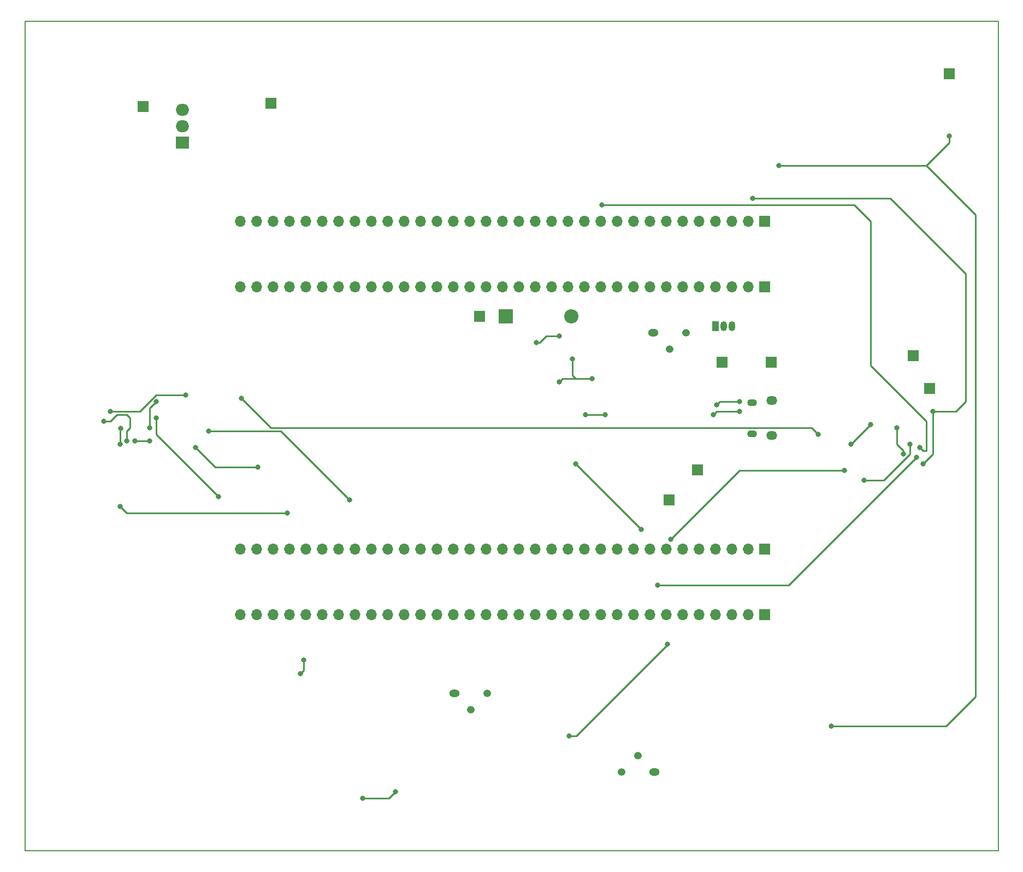
<source format=gbr>
%TF.GenerationSoftware,KiCad,Pcbnew,(6.0.2)*%
%TF.CreationDate,2022-03-20T20:15:49+02:00*%
%TF.ProjectId,main,6d61696e-2e6b-4696-9361-645f70636258,rev?*%
%TF.SameCoordinates,Original*%
%TF.FileFunction,Copper,L2,Bot*%
%TF.FilePolarity,Positive*%
%FSLAX46Y46*%
G04 Gerber Fmt 4.6, Leading zero omitted, Abs format (unit mm)*
G04 Created by KiCad (PCBNEW (6.0.2)) date 2022-03-20 20:15:49*
%MOMM*%
%LPD*%
G01*
G04 APERTURE LIST*
%TA.AperFunction,Profile*%
%ADD10C,0.200000*%
%TD*%
%TA.AperFunction,ComponentPad*%
%ADD11R,1.700000X1.700000*%
%TD*%
%TA.AperFunction,ComponentPad*%
%ADD12O,1.050000X1.500000*%
%TD*%
%TA.AperFunction,ComponentPad*%
%ADD13R,1.050000X1.500000*%
%TD*%
%TA.AperFunction,ComponentPad*%
%ADD14O,1.700000X1.700000*%
%TD*%
%TA.AperFunction,ComponentPad*%
%ADD15R,2.000000X1.905000*%
%TD*%
%TA.AperFunction,ComponentPad*%
%ADD16O,2.000000X1.905000*%
%TD*%
%TA.AperFunction,ComponentPad*%
%ADD17O,1.700000X1.350000*%
%TD*%
%TA.AperFunction,ComponentPad*%
%ADD18O,1.500000X1.100000*%
%TD*%
%TA.AperFunction,ComponentPad*%
%ADD19O,1.200000X1.200000*%
%TD*%
%TA.AperFunction,ComponentPad*%
%ADD20O,1.600000X1.200000*%
%TD*%
%TA.AperFunction,ComponentPad*%
%ADD21R,2.200000X2.200000*%
%TD*%
%TA.AperFunction,ComponentPad*%
%ADD22O,2.200000X2.200000*%
%TD*%
%TA.AperFunction,ViaPad*%
%ADD23C,0.800000*%
%TD*%
%TA.AperFunction,Conductor*%
%ADD24C,0.250000*%
%TD*%
G04 APERTURE END LIST*
D10*
X210820000Y-15748000D02*
X59944000Y-15748000D01*
X59944000Y-15748000D02*
X59944000Y-144272000D01*
X59944000Y-144272000D02*
X210820000Y-144272000D01*
X210820000Y-144272000D02*
X210820000Y-15748000D01*
D11*
%TO.P,TP10,1,1*%
%TO.N,/PC0*%
X203200000Y-23876000D03*
%TD*%
%TO.P,TP3,1,1*%
%TO.N,/Power/VoutUnderCut*%
X78216000Y-28956000D03*
%TD*%
%TO.P,TP2,1,1*%
%TO.N,+5V*%
X130372000Y-61472000D03*
%TD*%
%TO.P,TP1,1,1*%
%TO.N,/Power/VoutPol*%
X98028000Y-28448000D03*
%TD*%
D12*
%TO.P,U4,3,VI*%
%TO.N,+5V*%
X169488000Y-62996000D03*
%TO.P,U4,2,VO*%
X168218000Y-62996000D03*
D13*
%TO.P,U4,1,ADJ*%
%TO.N,Net-(Q4-Pad3)*%
X166948000Y-62996000D03*
%TD*%
D11*
%TO.P,TP4,1,1*%
%TO.N,+5V*%
X167964000Y-68584000D03*
%TD*%
%TO.P,J2,1,Pin_1*%
%TO.N,+3V0*%
X174568000Y-56925000D03*
D14*
%TO.P,J2,2,Pin_2*%
%TO.N,GND*%
X172028000Y-56925000D03*
%TO.P,J2,3,Pin_3*%
%TO.N,/VBAT*%
X169488000Y-56925000D03*
%TO.P,J2,4,Pin_4*%
%TO.N,/PC13*%
X166948000Y-56925000D03*
%TO.P,J2,5,Pin_5*%
%TO.N,/PC14*%
X164408000Y-56925000D03*
%TO.P,J2,6,Pin_6*%
%TO.N,/PC15*%
X161868000Y-56925000D03*
%TO.P,J2,7,Pin_7*%
%TO.N,/PF0*%
X159328000Y-56925000D03*
%TO.P,J2,8,Pin_8*%
%TO.N,/PF1*%
X156788000Y-56925000D03*
%TO.P,J2,9,Pin_9*%
%TO.N,GND*%
X154248000Y-56925000D03*
%TO.P,J2,10,Pin_10*%
%TO.N,/NRST*%
X151708000Y-56925000D03*
%TO.P,J2,11,Pin_11*%
%TO.N,/PC0*%
X149168000Y-56925000D03*
%TO.P,J2,12,Pin_12*%
%TO.N,/PC1*%
X146628000Y-56925000D03*
%TO.P,J2,13,Pin_13*%
%TO.N,/PC2*%
X144088000Y-56925000D03*
%TO.P,J2,14,Pin_14*%
%TO.N,/PC3*%
X141548000Y-56925000D03*
%TO.P,J2,15,Pin_15*%
%TO.N,/PA0*%
X139008000Y-56925000D03*
%TO.P,J2,16,Pin_16*%
%TO.N,/PA1*%
X136468000Y-56925000D03*
%TO.P,J2,17,Pin_17*%
%TO.N,/PA2*%
X133928000Y-56925000D03*
%TO.P,J2,18,Pin_18*%
%TO.N,/PA3*%
X131388000Y-56925000D03*
%TO.P,J2,19,Pin_19*%
%TO.N,/PF4*%
X128848000Y-56925000D03*
%TO.P,J2,20,Pin_20*%
%TO.N,/PF5*%
X126308000Y-56925000D03*
%TO.P,J2,21,Pin_21*%
%TO.N,/PA4*%
X123768000Y-56925000D03*
%TO.P,J2,22,Pin_22*%
%TO.N,/PA5*%
X121228000Y-56925000D03*
%TO.P,J2,23,Pin_23*%
%TO.N,/PA6*%
X118688000Y-56925000D03*
%TO.P,J2,24,Pin_24*%
%TO.N,/PA7*%
X116148000Y-56925000D03*
%TO.P,J2,25,Pin_25*%
%TO.N,/PC4*%
X113608000Y-56925000D03*
%TO.P,J2,26,Pin_26*%
%TO.N,/PC5*%
X111068000Y-56925000D03*
%TO.P,J2,27,Pin_27*%
%TO.N,/PB0*%
X108528000Y-56925000D03*
%TO.P,J2,28,Pin_28*%
%TO.N,/PB1*%
X105988000Y-56925000D03*
%TO.P,J2,29,Pin_29*%
%TO.N,/PB2*%
X103448000Y-56925000D03*
%TO.P,J2,30,Pin_30*%
%TO.N,/PB10*%
X100908000Y-56925000D03*
%TO.P,J2,31,Pin_31*%
%TO.N,/PB11*%
X98368000Y-56925000D03*
%TO.P,J2,32,Pin_32*%
%TO.N,/PB12*%
X95828000Y-56925000D03*
%TO.P,J2,33,Pin_33*%
%TO.N,GND*%
X93288000Y-56925000D03*
%TD*%
D15*
%TO.P,Q1,1,G*%
%TO.N,Net-(Q1-Pad1)*%
X84312000Y-34544000D03*
D16*
%TO.P,Q1,2,D*%
%TO.N,/Power/VoutPol*%
X84312000Y-32004000D03*
%TO.P,Q1,3,S*%
%TO.N,/Power/VoutUnderCut*%
X84312000Y-29464000D03*
%TD*%
D17*
%TO.P,J5,6,Shield*%
%TO.N,GND*%
X175683000Y-74515000D03*
D18*
X172683000Y-74825000D03*
D17*
X175683000Y-79975000D03*
D18*
X172683000Y-79665000D03*
%TD*%
D11*
%TO.P,TP9,1,1*%
%TO.N,/PB6*%
X200152000Y-72644000D03*
%TD*%
%TO.P,J1,1,Pin_1*%
%TO.N,+3V0*%
X174568000Y-46740000D03*
D14*
%TO.P,J1,2,Pin_2*%
%TO.N,GND*%
X172028000Y-46740000D03*
%TO.P,J1,3,Pin_3*%
%TO.N,/VBAT*%
X169488000Y-46740000D03*
%TO.P,J1,4,Pin_4*%
%TO.N,/PC13*%
X166948000Y-46740000D03*
%TO.P,J1,5,Pin_5*%
%TO.N,/PC14*%
X164408000Y-46740000D03*
%TO.P,J1,6,Pin_6*%
%TO.N,/PC15*%
X161868000Y-46740000D03*
%TO.P,J1,7,Pin_7*%
%TO.N,/PF0*%
X159328000Y-46740000D03*
%TO.P,J1,8,Pin_8*%
%TO.N,/PF1*%
X156788000Y-46740000D03*
%TO.P,J1,9,Pin_9*%
%TO.N,GND*%
X154248000Y-46740000D03*
%TO.P,J1,10,Pin_10*%
%TO.N,/NRST*%
X151708000Y-46740000D03*
%TO.P,J1,11,Pin_11*%
%TO.N,/PC0*%
X149168000Y-46740000D03*
%TO.P,J1,12,Pin_12*%
%TO.N,/PC1*%
X146628000Y-46740000D03*
%TO.P,J1,13,Pin_13*%
%TO.N,/PC2*%
X144088000Y-46740000D03*
%TO.P,J1,14,Pin_14*%
%TO.N,/PC3*%
X141548000Y-46740000D03*
%TO.P,J1,15,Pin_15*%
%TO.N,/PA0*%
X139008000Y-46740000D03*
%TO.P,J1,16,Pin_16*%
%TO.N,/PA1*%
X136468000Y-46740000D03*
%TO.P,J1,17,Pin_17*%
%TO.N,/PA2*%
X133928000Y-46740000D03*
%TO.P,J1,18,Pin_18*%
%TO.N,/PA3*%
X131388000Y-46740000D03*
%TO.P,J1,19,Pin_19*%
%TO.N,/PF4*%
X128848000Y-46740000D03*
%TO.P,J1,20,Pin_20*%
%TO.N,/PF5*%
X126308000Y-46740000D03*
%TO.P,J1,21,Pin_21*%
%TO.N,/PA4*%
X123768000Y-46740000D03*
%TO.P,J1,22,Pin_22*%
%TO.N,/PA5*%
X121228000Y-46740000D03*
%TO.P,J1,23,Pin_23*%
%TO.N,/PA6*%
X118688000Y-46740000D03*
%TO.P,J1,24,Pin_24*%
%TO.N,/PA7*%
X116148000Y-46740000D03*
%TO.P,J1,25,Pin_25*%
%TO.N,/PC4*%
X113608000Y-46740000D03*
%TO.P,J1,26,Pin_26*%
%TO.N,/PC5*%
X111068000Y-46740000D03*
%TO.P,J1,27,Pin_27*%
%TO.N,/PB0*%
X108528000Y-46740000D03*
%TO.P,J1,28,Pin_28*%
%TO.N,/PB1*%
X105988000Y-46740000D03*
%TO.P,J1,29,Pin_29*%
%TO.N,/PB2*%
X103448000Y-46740000D03*
%TO.P,J1,30,Pin_30*%
%TO.N,/PB10*%
X100908000Y-46740000D03*
%TO.P,J1,31,Pin_31*%
%TO.N,/PB11*%
X98368000Y-46740000D03*
%TO.P,J1,32,Pin_32*%
%TO.N,/PB12*%
X95828000Y-46740000D03*
%TO.P,J1,33,Pin_33*%
%TO.N,GND*%
X93288000Y-46740000D03*
%TD*%
D19*
%TO.P,Q5,3,C*%
%TO.N,Net-(BZ1-Pad2)*%
X152400000Y-132080000D03*
%TO.P,Q5,2,B*%
%TO.N,Net-(Q5-Pad2)*%
X154940000Y-129540000D03*
D20*
%TO.P,Q5,1,E*%
%TO.N,GND*%
X157480000Y-132080000D03*
%TD*%
D19*
%TO.P,Q6,3,C*%
%TO.N,Net-(BZ2-Pad2)*%
X131572000Y-119888000D03*
%TO.P,Q6,2,B*%
%TO.N,Net-(Q6-Pad2)*%
X129032000Y-122428000D03*
D20*
%TO.P,Q6,1,E*%
%TO.N,GND*%
X126492000Y-119888000D03*
%TD*%
D11*
%TO.P,J4,1,Pin_1*%
%TO.N,+5V*%
X174568000Y-107700000D03*
D14*
%TO.P,J4,2,Pin_2*%
%TO.N,GND*%
X172028000Y-107700000D03*
%TO.P,J4,3,Pin_3*%
%TO.N,/PB9*%
X169488000Y-107700000D03*
%TO.P,J4,4,Pin_4*%
%TO.N,/PB8*%
X166948000Y-107700000D03*
%TO.P,J4,5,Pin_5*%
%TO.N,+3V3*%
X164408000Y-107700000D03*
%TO.P,J4,6,Pin_6*%
%TO.N,/BOOT*%
X161868000Y-107700000D03*
%TO.P,J4,7,Pin_7*%
%TO.N,/PB7*%
X159328000Y-107700000D03*
%TO.P,J4,8,Pin_8*%
%TO.N,/PB6*%
X156788000Y-107700000D03*
%TO.P,J4,9,Pin_9*%
%TO.N,/PB5*%
X154248000Y-107700000D03*
%TO.P,J4,10,Pin_10*%
%TO.N,/PB4*%
X151708000Y-107700000D03*
%TO.P,J4,11,Pin_11*%
%TO.N,/PB3*%
X149168000Y-107700000D03*
%TO.P,J4,12,Pin_12*%
%TO.N,/PD2*%
X146628000Y-107700000D03*
%TO.P,J4,13,Pin_13*%
%TO.N,/PC12*%
X144088000Y-107700000D03*
%TO.P,J4,14,Pin_14*%
%TO.N,/PC11*%
X141548000Y-107700000D03*
%TO.P,J4,15,Pin_15*%
%TO.N,/PC10*%
X139008000Y-107700000D03*
%TO.P,J4,16,Pin_16*%
%TO.N,/PA15*%
X136468000Y-107700000D03*
%TO.P,J4,17,Pin_17*%
%TO.N,/PA14*%
X133928000Y-107700000D03*
%TO.P,J4,18,Pin_18*%
%TO.N,/PF7*%
X131388000Y-107700000D03*
%TO.P,J4,19,Pin_19*%
%TO.N,/PF6*%
X128848000Y-107700000D03*
%TO.P,J4,20,Pin_20*%
%TO.N,/PA13*%
X126308000Y-107700000D03*
%TO.P,J4,21,Pin_21*%
%TO.N,/PA12*%
X123768000Y-107700000D03*
%TO.P,J4,22,Pin_22*%
%TO.N,/PA11*%
X121228000Y-107700000D03*
%TO.P,J4,23,Pin_23*%
%TO.N,/PA10*%
X118688000Y-107700000D03*
%TO.P,J4,24,Pin_24*%
%TO.N,/PA9*%
X116148000Y-107700000D03*
%TO.P,J4,25,Pin_25*%
%TO.N,/PA8*%
X113608000Y-107700000D03*
%TO.P,J4,26,Pin_26*%
%TO.N,/PC9*%
X111068000Y-107700000D03*
%TO.P,J4,27,Pin_27*%
%TO.N,/PC8*%
X108528000Y-107700000D03*
%TO.P,J4,28,Pin_28*%
%TO.N,/PC7*%
X105988000Y-107700000D03*
%TO.P,J4,29,Pin_29*%
%TO.N,/PC6*%
X103448000Y-107700000D03*
%TO.P,J4,30,Pin_30*%
%TO.N,/PB15*%
X100908000Y-107700000D03*
%TO.P,J4,31,Pin_31*%
%TO.N,/PB14*%
X98368000Y-107700000D03*
%TO.P,J4,32,Pin_32*%
%TO.N,/PB13*%
X95828000Y-107700000D03*
%TO.P,J4,33,Pin_33*%
%TO.N,GND*%
X93288000Y-107700000D03*
%TD*%
D11*
%TO.P,TP8,1,1*%
%TO.N,/PB7*%
X197612000Y-67564000D03*
%TD*%
%TO.P,TP6,1,1*%
%TO.N,+5V*%
X175584000Y-68584000D03*
%TD*%
%TO.P,J3,1,Pin_1*%
%TO.N,+5V*%
X174568000Y-97540000D03*
D14*
%TO.P,J3,2,Pin_2*%
%TO.N,GND*%
X172028000Y-97540000D03*
%TO.P,J3,3,Pin_3*%
%TO.N,/PB9*%
X169488000Y-97540000D03*
%TO.P,J3,4,Pin_4*%
%TO.N,/PB8*%
X166948000Y-97540000D03*
%TO.P,J3,5,Pin_5*%
%TO.N,+3V3*%
X164408000Y-97540000D03*
%TO.P,J3,6,Pin_6*%
%TO.N,/BOOT*%
X161868000Y-97540000D03*
%TO.P,J3,7,Pin_7*%
%TO.N,/PB7*%
X159328000Y-97540000D03*
%TO.P,J3,8,Pin_8*%
%TO.N,/PB6*%
X156788000Y-97540000D03*
%TO.P,J3,9,Pin_9*%
%TO.N,/PB5*%
X154248000Y-97540000D03*
%TO.P,J3,10,Pin_10*%
%TO.N,/PB4*%
X151708000Y-97540000D03*
%TO.P,J3,11,Pin_11*%
%TO.N,/PB3*%
X149168000Y-97540000D03*
%TO.P,J3,12,Pin_12*%
%TO.N,/PD2*%
X146628000Y-97540000D03*
%TO.P,J3,13,Pin_13*%
%TO.N,/PC12*%
X144088000Y-97540000D03*
%TO.P,J3,14,Pin_14*%
%TO.N,/PC11*%
X141548000Y-97540000D03*
%TO.P,J3,15,Pin_15*%
%TO.N,/PC10*%
X139008000Y-97540000D03*
%TO.P,J3,16,Pin_16*%
%TO.N,/PA15*%
X136468000Y-97540000D03*
%TO.P,J3,17,Pin_17*%
%TO.N,/PA14*%
X133928000Y-97540000D03*
%TO.P,J3,18,Pin_18*%
%TO.N,/PF7*%
X131388000Y-97540000D03*
%TO.P,J3,19,Pin_19*%
%TO.N,/PF6*%
X128848000Y-97540000D03*
%TO.P,J3,20,Pin_20*%
%TO.N,/PA13*%
X126308000Y-97540000D03*
%TO.P,J3,21,Pin_21*%
%TO.N,/PA12*%
X123768000Y-97540000D03*
%TO.P,J3,22,Pin_22*%
%TO.N,/PA11*%
X121228000Y-97540000D03*
%TO.P,J3,23,Pin_23*%
%TO.N,/PA10*%
X118688000Y-97540000D03*
%TO.P,J3,24,Pin_24*%
%TO.N,/PA9*%
X116148000Y-97540000D03*
%TO.P,J3,25,Pin_25*%
%TO.N,/PA8*%
X113608000Y-97540000D03*
%TO.P,J3,26,Pin_26*%
%TO.N,/PC9*%
X111068000Y-97540000D03*
%TO.P,J3,27,Pin_27*%
%TO.N,/PC8*%
X108528000Y-97540000D03*
%TO.P,J3,28,Pin_28*%
%TO.N,/PC7*%
X105988000Y-97540000D03*
%TO.P,J3,29,Pin_29*%
%TO.N,/PC6*%
X103448000Y-97540000D03*
%TO.P,J3,30,Pin_30*%
%TO.N,/PB15*%
X100908000Y-97540000D03*
%TO.P,J3,31,Pin_31*%
%TO.N,/PB14*%
X98368000Y-97540000D03*
%TO.P,J3,32,Pin_32*%
%TO.N,/PB13*%
X95828000Y-97540000D03*
%TO.P,J3,33,Pin_33*%
%TO.N,GND*%
X93288000Y-97540000D03*
%TD*%
D20*
%TO.P,Q4,1,E*%
%TO.N,GND*%
X157296000Y-64012000D03*
D19*
%TO.P,Q4,2,B*%
%TO.N,Net-(D7-Pad1)*%
X159836000Y-66552000D03*
%TO.P,Q4,3,C*%
%TO.N,Net-(Q4-Pad3)*%
X162376000Y-64012000D03*
%TD*%
D11*
%TO.P,TP7,1,1*%
%TO.N,/PB8*%
X159758000Y-89920000D03*
%TD*%
D21*
%TO.P,D7,1,K*%
%TO.N,Net-(D7-Pad1)*%
X134436000Y-61472000D03*
D22*
%TO.P,D7,2,A*%
%TO.N,Net-(D7-Pad2)*%
X144596000Y-61472000D03*
%TD*%
D11*
%TO.P,TP11,1,1*%
%TO.N,/PB9*%
X164158000Y-85270000D03*
%TD*%
D23*
%TO.N,/PC0*%
X203200000Y-33528000D03*
%TO.N,GND*%
X139192000Y-65532000D03*
X142748000Y-64516000D03*
X144780000Y-68072000D03*
X189992000Y-86868000D03*
X197104000Y-81280000D03*
X72136000Y-77724000D03*
X75692000Y-80772000D03*
%TO.N,/Power/USB_DN*%
X170688000Y-76200000D03*
X166624000Y-76708000D03*
%TO.N,/Power/USB_DP*%
X170688000Y-74676000D03*
X167132000Y-75184000D03*
%TO.N,/PB0*%
X198628000Y-81788000D03*
X149352000Y-44196000D03*
%TO.N,/PC0*%
X184912000Y-124968000D03*
X176784000Y-38100000D03*
%TO.N,/PB1*%
X172720000Y-43180000D03*
%TO.N,GND*%
X147828000Y-71120000D03*
X142743701Y-71632299D03*
X146812000Y-76708000D03*
X149860000Y-76708000D03*
%TO.N,/PB6*%
X198120000Y-83312000D03*
X157988000Y-103124000D03*
%TO.N,/PB7*%
X160020000Y-96012000D03*
X186944000Y-85344000D03*
%TO.N,+3V3*%
X145288000Y-84328000D03*
X155448000Y-94488000D03*
%TO.N,/PB1*%
X200660000Y-76200000D03*
X199136000Y-84328000D03*
%TO.N,/PB6*%
X195072000Y-78744000D03*
X196088000Y-82804000D03*
%TO.N,/PB7*%
X191008000Y-78232000D03*
X187960000Y-81280000D03*
%TO.N,Net-(C5-Pad1)*%
X182880000Y-79756000D03*
X93472000Y-74168000D03*
X84836000Y-73660000D03*
X73152000Y-76200000D03*
%TO.N,/PB9*%
X86360000Y-81788000D03*
X96012000Y-84836000D03*
%TO.N,/PB8*%
X110236000Y-89916000D03*
X88392000Y-79248000D03*
%TO.N,/PB14*%
X80264000Y-77216000D03*
X89916000Y-89408000D03*
%TO.N,/PB8*%
X79248000Y-80772000D03*
X76955412Y-80799192D03*
%TO.N,/PB14*%
X79248000Y-78740000D03*
X80264000Y-74676000D03*
%TO.N,/PB15*%
X74676000Y-90932000D03*
X100584000Y-91948000D03*
%TO.N,Net-(C5-Pad1)*%
X74676000Y-81280000D03*
X74750158Y-78856498D03*
%TO.N,+3V3*%
X159512000Y-112268000D03*
X144272000Y-126492000D03*
%TO.N,Net-(BZ2-Pad2)*%
X117348000Y-135128000D03*
X112268000Y-136144000D03*
%TO.N,PB10*%
X103124000Y-114718500D03*
X102616000Y-116840000D03*
%TD*%
D24*
%TO.N,/PC0*%
X203200000Y-33528000D02*
X203200000Y-34544000D01*
X203200000Y-34544000D02*
X199644000Y-38100000D01*
%TO.N,GND*%
X140716000Y-64516000D02*
X139700000Y-65532000D01*
X139700000Y-65532000D02*
X139192000Y-65532000D01*
X142748000Y-64516000D02*
X140716000Y-64516000D01*
X144780000Y-68072000D02*
X144780000Y-70612000D01*
X145288000Y-71120000D02*
X147828000Y-71120000D01*
X144780000Y-70612000D02*
X145288000Y-71120000D01*
X143256000Y-71120000D02*
X145288000Y-71120000D01*
%TO.N,/PB6*%
X196088000Y-82296000D02*
X196088000Y-82804000D01*
X195072000Y-81280000D02*
X196088000Y-82296000D01*
X195072000Y-78744000D02*
X195072000Y-81280000D01*
%TO.N,GND*%
X193048614Y-86868000D02*
X189992000Y-86868000D01*
X197104000Y-82812614D02*
X193048614Y-86868000D01*
X197104000Y-81280000D02*
X197104000Y-82812614D01*
X73152000Y-77724000D02*
X72136000Y-77724000D01*
X74168000Y-76708000D02*
X73152000Y-77724000D01*
X75692000Y-76708000D02*
X74168000Y-76708000D01*
X76200000Y-77216000D02*
X75692000Y-76708000D01*
X76200000Y-78740000D02*
X76200000Y-77216000D01*
X75692000Y-79248000D02*
X76200000Y-78740000D01*
X75692000Y-80772000D02*
X75692000Y-79248000D01*
%TO.N,Net-(C5-Pad1)*%
X77715386Y-76200000D02*
X80255386Y-73660000D01*
X80255386Y-73660000D02*
X84836000Y-73660000D01*
X73152000Y-76200000D02*
X77715386Y-76200000D01*
%TO.N,/Power/USB_DN*%
X167132000Y-76200000D02*
X170688000Y-76200000D01*
X166624000Y-76708000D02*
X167132000Y-76200000D01*
%TO.N,/Power/USB_DP*%
X167640000Y-74676000D02*
X170688000Y-74676000D01*
X167132000Y-75184000D02*
X167640000Y-74676000D01*
%TO.N,/PB0*%
X199644000Y-82296000D02*
X199136000Y-82296000D01*
X199136000Y-82296000D02*
X198628000Y-81788000D01*
X199644000Y-77724000D02*
X199644000Y-82296000D01*
X197104000Y-75184000D02*
X199644000Y-77724000D01*
X191008000Y-69088000D02*
X197104000Y-75184000D01*
X191008000Y-46736000D02*
X191008000Y-69088000D01*
X189484000Y-45212000D02*
X191008000Y-46736000D01*
X149352000Y-44196000D02*
X188468000Y-44196000D01*
X188468000Y-44196000D02*
X189484000Y-45212000D01*
%TO.N,/PC0*%
X202692000Y-124968000D02*
X184912000Y-124968000D01*
X205232000Y-122428000D02*
X202692000Y-124968000D01*
X207264000Y-120396000D02*
X205232000Y-122428000D01*
X207264000Y-83820000D02*
X207264000Y-120396000D01*
X207264000Y-45720000D02*
X207264000Y-83820000D01*
X199644000Y-38100000D02*
X207264000Y-45720000D01*
X176784000Y-38100000D02*
X199644000Y-38100000D01*
%TO.N,/PB1*%
X204216000Y-76200000D02*
X200660000Y-76200000D01*
X205740000Y-74676000D02*
X204216000Y-76200000D01*
X205740000Y-54864000D02*
X205740000Y-74676000D01*
X194056000Y-43180000D02*
X205740000Y-54864000D01*
X172720000Y-43180000D02*
X194056000Y-43180000D01*
%TO.N,GND*%
X142743701Y-71632299D02*
X143256000Y-71120000D01*
X149860000Y-76708000D02*
X146812000Y-76708000D01*
%TO.N,/PB6*%
X178308000Y-103124000D02*
X198120000Y-83312000D01*
X157988000Y-103124000D02*
X178308000Y-103124000D01*
%TO.N,/PB7*%
X170688000Y-85344000D02*
X186944000Y-85344000D01*
X160020000Y-96012000D02*
X170688000Y-85344000D01*
%TO.N,+3V3*%
X155448000Y-94488000D02*
X145288000Y-84328000D01*
%TO.N,/PB1*%
X200660000Y-82804000D02*
X199136000Y-84328000D01*
X200660000Y-76200000D02*
X200660000Y-82804000D01*
%TO.N,/PB7*%
X191008000Y-78232000D02*
X187960000Y-81280000D01*
%TO.N,Net-(C5-Pad1)*%
X181864000Y-78740000D02*
X182880000Y-79756000D01*
X93472000Y-74168000D02*
X98044000Y-78740000D01*
X98044000Y-78740000D02*
X181864000Y-78740000D01*
%TO.N,/PB9*%
X89408000Y-84836000D02*
X86360000Y-81788000D01*
X96012000Y-84836000D02*
X89408000Y-84836000D01*
%TO.N,/PB8*%
X88392000Y-79248000D02*
X99568000Y-79248000D01*
X99568000Y-79248000D02*
X110236000Y-89916000D01*
%TO.N,/PB14*%
X80264000Y-79756000D02*
X80264000Y-77216000D01*
X89916000Y-89408000D02*
X80264000Y-79756000D01*
%TO.N,/PB8*%
X79220808Y-80799192D02*
X79248000Y-80772000D01*
X76955412Y-80799192D02*
X79220808Y-80799192D01*
%TO.N,/PB14*%
X79248000Y-75692000D02*
X79248000Y-78740000D01*
X80264000Y-74676000D02*
X79248000Y-75692000D01*
%TO.N,/PB15*%
X75692000Y-91948000D02*
X100584000Y-91948000D01*
X74676000Y-90932000D02*
X75692000Y-91948000D01*
%TO.N,Net-(C5-Pad1)*%
X74676000Y-78930656D02*
X74750158Y-78856498D01*
X74676000Y-81280000D02*
X74676000Y-78930656D01*
%TO.N,+3V3*%
X159512000Y-112383522D02*
X159512000Y-112268000D01*
X145403522Y-126492000D02*
X159512000Y-112383522D01*
X144272000Y-126492000D02*
X145403522Y-126492000D01*
%TO.N,Net-(BZ2-Pad2)*%
X115824000Y-136144000D02*
X116332000Y-136144000D01*
X112268000Y-136144000D02*
X115824000Y-136144000D01*
X116332000Y-136144000D02*
X117348000Y-135128000D01*
%TO.N,PB10*%
X103124000Y-116332000D02*
X102616000Y-116840000D01*
X103124000Y-114718500D02*
X103124000Y-116332000D01*
%TD*%
M02*

</source>
